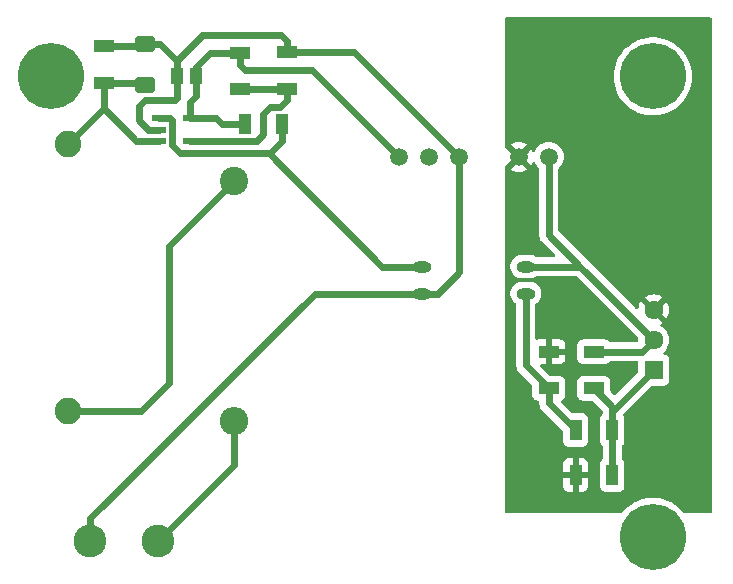
<source format=gbr>
%TF.GenerationSoftware,KiCad,Pcbnew,8.0.2*%
%TF.CreationDate,2024-09-03T17:11:23+02:00*%
%TF.ProjectId,TSAC_Voltage_Sensor,54534143-5f56-46f6-9c74-6167655f5365,rev?*%
%TF.SameCoordinates,Original*%
%TF.FileFunction,Copper,L1,Top*%
%TF.FilePolarity,Positive*%
%FSLAX46Y46*%
G04 Gerber Fmt 4.6, Leading zero omitted, Abs format (unit mm)*
G04 Created by KiCad (PCBNEW 8.0.2) date 2024-09-03 17:11:23*
%MOMM*%
%LPD*%
G01*
G04 APERTURE LIST*
G04 Aperture macros list*
%AMRoundRect*
0 Rectangle with rounded corners*
0 $1 Rounding radius*
0 $2 $3 $4 $5 $6 $7 $8 $9 X,Y pos of 4 corners*
0 Add a 4 corners polygon primitive as box body*
4,1,4,$2,$3,$4,$5,$6,$7,$8,$9,$2,$3,0*
0 Add four circle primitives for the rounded corners*
1,1,$1+$1,$2,$3*
1,1,$1+$1,$4,$5*
1,1,$1+$1,$6,$7*
1,1,$1+$1,$8,$9*
0 Add four rect primitives between the rounded corners*
20,1,$1+$1,$2,$3,$4,$5,0*
20,1,$1+$1,$4,$5,$6,$7,0*
20,1,$1+$1,$6,$7,$8,$9,0*
20,1,$1+$1,$8,$9,$2,$3,0*%
G04 Aperture macros list end*
%TA.AperFunction,SMDPad,CuDef*%
%ADD10RoundRect,0.250000X0.600000X-0.400000X0.600000X0.400000X-0.600000X0.400000X-0.600000X-0.400000X0*%
%TD*%
%TA.AperFunction,SMDPad,CuDef*%
%ADD11R,1.800000X1.050000*%
%TD*%
%TA.AperFunction,SMDPad,CuDef*%
%ADD12O,1.600000X0.950000*%
%TD*%
%TA.AperFunction,ComponentPad*%
%ADD13C,5.600000*%
%TD*%
%TA.AperFunction,SMDPad,CuDef*%
%ADD14R,1.150000X0.600000*%
%TD*%
%TA.AperFunction,ComponentPad*%
%ADD15C,2.775000*%
%TD*%
%TA.AperFunction,ComponentPad*%
%ADD16R,1.610000X1.610000*%
%TD*%
%TA.AperFunction,ComponentPad*%
%ADD17C,1.610000*%
%TD*%
%TA.AperFunction,SMDPad,CuDef*%
%ADD18R,1.050000X1.800000*%
%TD*%
%TA.AperFunction,ComponentPad*%
%ADD19C,2.250000*%
%TD*%
%TA.AperFunction,SMDPad,CuDef*%
%ADD20R,1.070000X1.470000*%
%TD*%
%TA.AperFunction,ComponentPad*%
%ADD21C,2.400000*%
%TD*%
%TA.AperFunction,ComponentPad*%
%ADD22O,2.400000X2.400000*%
%TD*%
%TA.AperFunction,ComponentPad*%
%ADD23C,1.500000*%
%TD*%
%TA.AperFunction,Conductor*%
%ADD24C,0.600000*%
%TD*%
G04 APERTURE END LIST*
D10*
%TO.P,Z1,1*%
%TO.N,Net-(CP1-IN-)*%
X89000000Y-62250000D03*
%TO.P,Z1,2*%
%TO.N,0*%
X89000000Y-58750000D03*
%TD*%
D11*
%TO.P,R8,1*%
%TO.N,Exit*%
X127000000Y-87910000D03*
%TO.P,R8,2*%
%TO.N,+5VA*%
X127000000Y-84810000D03*
%TD*%
D12*
%TO.P,K1,1,+_CONTROL*%
%TO.N,Comp*%
X112440000Y-77597000D03*
%TO.P,K1,2,-_CONTROL*%
%TO.N,0*%
X112440000Y-79883000D03*
%TO.P,K1,3,LOAD_1*%
%TO.N,Raw_Exit*%
X121240000Y-79883000D03*
%TO.P,K1,4,LOAD_2*%
%TO.N,+5VA*%
X121240000Y-77597000D03*
%TD*%
D13*
%TO.P,,1*%
%TO.N,N/C*%
X132000000Y-61500000D03*
%TD*%
D14*
%TO.P,CP1,1,OUT*%
%TO.N,Comp*%
X90200000Y-65050000D03*
%TO.P,CP1,2,VCC-*%
%TO.N,0*%
X90200000Y-66000000D03*
%TO.P,CP1,3,IN-*%
%TO.N,Net-(CP1-IN-)*%
X90200000Y-66950000D03*
%TO.P,CP1,4,IN+*%
%TO.N,Net-(CP1-IN+)*%
X92800000Y-66950000D03*
%TO.P,CP1,5,VCC+*%
%TO.N,+5V*%
X92800000Y-65050000D03*
%TD*%
D11*
%TO.P,R7,1*%
%TO.N,GND*%
X123190000Y-84810000D03*
%TO.P,R7,2*%
%TO.N,Raw_Exit*%
X123190000Y-87910000D03*
%TD*%
D13*
%TO.P,,1*%
%TO.N,N/C*%
X132000000Y-100500000D03*
%TD*%
D15*
%TO.P,J2,1,1*%
%TO.N,+BATT*%
X90062500Y-100860000D03*
%TO.P,J2,2,2*%
%TO.N,0*%
X84362500Y-100860000D03*
%TD*%
D13*
%TO.P,,1*%
%TO.N,N/C*%
X81000000Y-61500000D03*
%TD*%
D16*
%TO.P,J1,1,1*%
%TO.N,Exit*%
X132080000Y-86360000D03*
D17*
%TO.P,J1,2,2*%
%TO.N,+5VA*%
X132080000Y-83820000D03*
%TO.P,J1,3,3*%
%TO.N,GND*%
X132080000Y-81280000D03*
%TD*%
D18*
%TO.P,R4,1*%
%TO.N,Raw_Exit*%
X125450000Y-91440000D03*
%TO.P,R4,2*%
%TO.N,Exit*%
X128550000Y-91440000D03*
%TD*%
D11*
%TO.P,R5,1*%
%TO.N,0*%
X85500000Y-58950000D03*
%TO.P,R5,2*%
%TO.N,Net-(CP1-IN-)*%
X85500000Y-62050000D03*
%TD*%
D19*
%TO.P,F1,1*%
%TO.N,Net-(F1-Pad1)*%
X82500000Y-89800000D03*
%TO.P,F1,2*%
%TO.N,Net-(CP1-IN-)*%
X82500000Y-67200000D03*
%TD*%
D11*
%TO.P,R3,1*%
%TO.N,Net-(CP1-IN+)*%
X101000000Y-62550000D03*
%TO.P,R3,2*%
%TO.N,0*%
X101000000Y-59450000D03*
%TD*%
D18*
%TO.P,R6,1*%
%TO.N,Comp*%
X100585212Y-65500000D03*
%TO.P,R6,2*%
%TO.N,+5V*%
X97485212Y-65500000D03*
%TD*%
D20*
%TO.P,C1,1*%
%TO.N,0*%
X91680000Y-61500000D03*
%TO.P,C1,2*%
%TO.N,+5V*%
X93320000Y-61500000D03*
%TD*%
D11*
%TO.P,R2,1*%
%TO.N,Net-(CP1-IN+)*%
X97000000Y-62600000D03*
%TO.P,R2,2*%
%TO.N,+5V*%
X97000000Y-59500000D03*
%TD*%
D18*
%TO.P,R9,1*%
%TO.N,GND*%
X125450000Y-95250000D03*
%TO.P,R9,2*%
%TO.N,Exit*%
X128550000Y-95250000D03*
%TD*%
D21*
%TO.P,R1,1*%
%TO.N,Net-(F1-Pad1)*%
X96500000Y-70340000D03*
D22*
%TO.P,R1,2*%
%TO.N,+BATT*%
X96500000Y-90660000D03*
%TD*%
D23*
%TO.P,PS1,1,VIN*%
%TO.N,+5VA*%
X123190000Y-68315000D03*
%TO.P,PS1,2,GND*%
%TO.N,GND*%
X120650000Y-68315000D03*
%TO.P,PS1,4,0V*%
%TO.N,0*%
X115570000Y-68315000D03*
%TO.P,PS1,5,NO_PIN*%
%TO.N,unconnected-(PS1-NO_PIN-Pad5)*%
X113030000Y-68315000D03*
%TO.P,PS1,6,+VO*%
%TO.N,+5V*%
X110490000Y-68315000D03*
%TD*%
D24*
%TO.N,Comp*%
X91275000Y-65200000D02*
X91275000Y-67275000D01*
X99585212Y-68085212D02*
X99585212Y-68000000D01*
X109097000Y-77597000D02*
X99585212Y-68085212D01*
X91275000Y-67275000D02*
X92000000Y-68000000D01*
X112440000Y-77597000D02*
X109097000Y-77597000D01*
X91125000Y-65050000D02*
X91275000Y-65200000D01*
X90200000Y-65050000D02*
X91125000Y-65050000D01*
X100585212Y-67000000D02*
X100585212Y-65500000D01*
X92000000Y-68000000D02*
X99585212Y-68000000D01*
X99585212Y-68000000D02*
X100585212Y-67000000D01*
%TO.N,0*%
X101000000Y-59450000D02*
X106705000Y-59450000D01*
X91680000Y-60180000D02*
X93860000Y-58000000D01*
X88500000Y-64000000D02*
X89000000Y-63500000D01*
X88500000Y-65225000D02*
X88500000Y-64000000D01*
X91500000Y-63500000D02*
X91680000Y-63320000D01*
X100525000Y-58000000D02*
X101000000Y-58475000D01*
X112440000Y-79883000D02*
X113778500Y-79883000D01*
X90250000Y-58750000D02*
X91680000Y-60180000D01*
X93860000Y-58000000D02*
X100525000Y-58000000D01*
X84362500Y-98897779D02*
X103377279Y-79883000D01*
X91680000Y-63320000D02*
X91680000Y-61500000D01*
X91680000Y-60180000D02*
X91680000Y-61500000D01*
X103377279Y-79883000D02*
X112440000Y-79883000D01*
X113778500Y-79883000D02*
X115570000Y-78091500D01*
X115570000Y-78091500D02*
X115570000Y-68315000D01*
X89000000Y-58750000D02*
X90250000Y-58750000D01*
X85500000Y-58950000D02*
X88800000Y-58950000D01*
X89275000Y-66000000D02*
X88500000Y-65225000D01*
X106705000Y-59450000D02*
X115570000Y-68315000D01*
X89000000Y-63500000D02*
X91500000Y-63500000D01*
X101000000Y-58475000D02*
X101000000Y-59450000D01*
X88800000Y-58950000D02*
X89000000Y-58750000D01*
X90200000Y-66000000D02*
X89275000Y-66000000D01*
X84362500Y-100860000D02*
X84362500Y-98897779D01*
%TO.N,+5V*%
X93320000Y-61500000D02*
X93320000Y-60680000D01*
X92800000Y-65050000D02*
X92800000Y-63700000D01*
X97500000Y-61000000D02*
X103175000Y-61000000D01*
X93320000Y-63180000D02*
X93320000Y-61500000D01*
X92800000Y-63700000D02*
X93320000Y-63180000D01*
X95500000Y-65500000D02*
X97485212Y-65500000D01*
X92800000Y-65050000D02*
X95050000Y-65050000D01*
X93320000Y-60680000D02*
X94500000Y-59500000D01*
X95050000Y-65050000D02*
X95500000Y-65500000D01*
X97000000Y-60500000D02*
X97500000Y-61000000D01*
X97000000Y-59500000D02*
X97000000Y-60500000D01*
X103175000Y-61000000D02*
X110490000Y-68315000D01*
X94500000Y-59500000D02*
X97000000Y-59500000D01*
%TO.N,Exit*%
X128550000Y-91440000D02*
X128550000Y-89460000D01*
X128550000Y-91440000D02*
X128550000Y-89890000D01*
X128550000Y-89890000D02*
X132080000Y-86360000D01*
X128550000Y-89460000D02*
X127000000Y-87910000D01*
X128550000Y-95250000D02*
X128550000Y-91440000D01*
%TO.N,+5VA*%
X121240000Y-77597000D02*
X125857000Y-77597000D01*
X127000000Y-84810000D02*
X131090000Y-84810000D01*
X131090000Y-84810000D02*
X132080000Y-83820000D01*
X125857000Y-77597000D02*
X132080000Y-83820000D01*
X123190000Y-74930000D02*
X125857000Y-77597000D01*
X123190000Y-68315000D02*
X123190000Y-74930000D01*
%TO.N,GND*%
X120650000Y-68315000D02*
X121152500Y-67812500D01*
%TO.N,+BATT*%
X96500000Y-94422500D02*
X90062500Y-100860000D01*
X96500000Y-90660000D02*
X96500000Y-94422500D01*
%TO.N,Net-(F1-Pad1)*%
X96500000Y-70340000D02*
X91000000Y-75840000D01*
X88700000Y-89800000D02*
X82500000Y-89800000D01*
X91000000Y-87500000D02*
X88700000Y-89800000D01*
X91000000Y-75840000D02*
X91000000Y-87500000D01*
%TO.N,Net-(CP1-IN-)*%
X88250000Y-66950000D02*
X85500000Y-64200000D01*
X90200000Y-66950000D02*
X88250000Y-66950000D01*
X85500000Y-62050000D02*
X88800000Y-62050000D01*
X82500000Y-67200000D02*
X85500000Y-64200000D01*
X85500000Y-64200000D02*
X85500000Y-62050000D01*
X88800000Y-62050000D02*
X89000000Y-62250000D01*
%TO.N,Net-(CP1-IN+)*%
X97050000Y-62550000D02*
X97000000Y-62600000D01*
X98460212Y-66950000D02*
X99000000Y-66410212D01*
X101000000Y-63500000D02*
X101000000Y-62550000D01*
X99000000Y-64660212D02*
X99560212Y-64100000D01*
X92800000Y-66950000D02*
X98460212Y-66950000D01*
X100400000Y-64100000D02*
X101000000Y-63500000D01*
X101000000Y-62550000D02*
X97050000Y-62550000D01*
X99560212Y-64100000D02*
X100400000Y-64100000D01*
X99000000Y-66410212D02*
X99000000Y-64660212D01*
%TO.N,Raw_Exit*%
X123190000Y-87910000D02*
X123190000Y-89180000D01*
X121240000Y-79883000D02*
X121240000Y-85960000D01*
X123190000Y-89180000D02*
X125450000Y-91440000D01*
X121240000Y-85960000D02*
X123190000Y-87910000D01*
%TD*%
%TA.AperFunction,Conductor*%
%TO.N,GND*%
G36*
X136942121Y-56520002D02*
G01*
X136988614Y-56573658D01*
X137000000Y-56626000D01*
X137000000Y-98374000D01*
X136979998Y-98442121D01*
X136926342Y-98488614D01*
X136874000Y-98500000D01*
X134700418Y-98500000D01*
X134632297Y-98479998D01*
X134604388Y-98455573D01*
X134405484Y-98221405D01*
X134405479Y-98221400D01*
X134145037Y-97974695D01*
X134145022Y-97974682D01*
X133859418Y-97757572D01*
X133859412Y-97757568D01*
X133552010Y-97572610D01*
X133552009Y-97572609D01*
X133552005Y-97572607D01*
X133226401Y-97421967D01*
X132886417Y-97307413D01*
X132838915Y-97296956D01*
X132536054Y-97230291D01*
X132536030Y-97230287D01*
X132179389Y-97191500D01*
X132179382Y-97191500D01*
X131820618Y-97191500D01*
X131820610Y-97191500D01*
X131463969Y-97230287D01*
X131463945Y-97230291D01*
X131113587Y-97307412D01*
X131113573Y-97307416D01*
X130773601Y-97421966D01*
X130447989Y-97572610D01*
X130140587Y-97757568D01*
X130140581Y-97757572D01*
X129854977Y-97974682D01*
X129854962Y-97974695D01*
X129594520Y-98221400D01*
X129594516Y-98221405D01*
X129395613Y-98455572D01*
X129336269Y-98494541D01*
X129299582Y-98500000D01*
X119626000Y-98500000D01*
X119557879Y-98479998D01*
X119511386Y-98426342D01*
X119500000Y-98374000D01*
X119500000Y-96198597D01*
X124417000Y-96198597D01*
X124423505Y-96259093D01*
X124474555Y-96395964D01*
X124474555Y-96395965D01*
X124562095Y-96512904D01*
X124679034Y-96600444D01*
X124815906Y-96651494D01*
X124876402Y-96657999D01*
X124876415Y-96658000D01*
X125196000Y-96658000D01*
X125704000Y-96658000D01*
X126023585Y-96658000D01*
X126023597Y-96657999D01*
X126084093Y-96651494D01*
X126220964Y-96600444D01*
X126220965Y-96600444D01*
X126337904Y-96512904D01*
X126425444Y-96395965D01*
X126425444Y-96395964D01*
X126476494Y-96259093D01*
X126482999Y-96198597D01*
X126483000Y-96198585D01*
X126483000Y-95504000D01*
X125704000Y-95504000D01*
X125704000Y-96658000D01*
X125196000Y-96658000D01*
X125196000Y-95504000D01*
X124417000Y-95504000D01*
X124417000Y-96198597D01*
X119500000Y-96198597D01*
X119500000Y-94301402D01*
X124417000Y-94301402D01*
X124417000Y-94996000D01*
X125196000Y-94996000D01*
X125704000Y-94996000D01*
X126483000Y-94996000D01*
X126483000Y-94301414D01*
X126482999Y-94301402D01*
X126476494Y-94240906D01*
X126425444Y-94104035D01*
X126425444Y-94104034D01*
X126337904Y-93987095D01*
X126220965Y-93899555D01*
X126084093Y-93848505D01*
X126023597Y-93842000D01*
X125704000Y-93842000D01*
X125704000Y-94996000D01*
X125196000Y-94996000D01*
X125196000Y-93842000D01*
X124876402Y-93842000D01*
X124815906Y-93848505D01*
X124679035Y-93899555D01*
X124679034Y-93899555D01*
X124562095Y-93987095D01*
X124474555Y-94104034D01*
X124474555Y-94104035D01*
X124423505Y-94240906D01*
X124417000Y-94301402D01*
X119500000Y-94301402D01*
X119500000Y-79786131D01*
X119931500Y-79786131D01*
X119931500Y-79979868D01*
X119943754Y-80041472D01*
X119969295Y-80169876D01*
X120043433Y-80348862D01*
X120151065Y-80509945D01*
X120288055Y-80646935D01*
X120375502Y-80705365D01*
X120421029Y-80759840D01*
X120431500Y-80810129D01*
X120431500Y-86039630D01*
X120462570Y-86195831D01*
X120488000Y-86257224D01*
X120523516Y-86342968D01*
X120611997Y-86475389D01*
X121744596Y-87607987D01*
X121778620Y-87670298D01*
X121781500Y-87697081D01*
X121781500Y-88483649D01*
X121788009Y-88544196D01*
X121788011Y-88544204D01*
X121839110Y-88681202D01*
X121839112Y-88681207D01*
X121926738Y-88798261D01*
X122043792Y-88885887D01*
X122043794Y-88885888D01*
X122043796Y-88885889D01*
X122076358Y-88898034D01*
X122180795Y-88936988D01*
X122180803Y-88936990D01*
X122241350Y-88943499D01*
X122241355Y-88943499D01*
X122241362Y-88943500D01*
X122255500Y-88943500D01*
X122323621Y-88963502D01*
X122370114Y-89017158D01*
X122381500Y-89069500D01*
X122381500Y-89259630D01*
X122412570Y-89415831D01*
X122443043Y-89489399D01*
X122473516Y-89562968D01*
X122561997Y-89695389D01*
X122561999Y-89695391D01*
X124379595Y-91512987D01*
X124413621Y-91575299D01*
X124416500Y-91602082D01*
X124416500Y-92388649D01*
X124423009Y-92449196D01*
X124423011Y-92449204D01*
X124474110Y-92586202D01*
X124474112Y-92586207D01*
X124561738Y-92703261D01*
X124678792Y-92790887D01*
X124678794Y-92790888D01*
X124678796Y-92790889D01*
X124737875Y-92812924D01*
X124815795Y-92841988D01*
X124815803Y-92841990D01*
X124876350Y-92848499D01*
X124876355Y-92848499D01*
X124876362Y-92848500D01*
X124876368Y-92848500D01*
X126023632Y-92848500D01*
X126023638Y-92848500D01*
X126023645Y-92848499D01*
X126023649Y-92848499D01*
X126084196Y-92841990D01*
X126084199Y-92841989D01*
X126084201Y-92841989D01*
X126221204Y-92790889D01*
X126233071Y-92782006D01*
X126338261Y-92703261D01*
X126425887Y-92586207D01*
X126425887Y-92586206D01*
X126425889Y-92586204D01*
X126476989Y-92449201D01*
X126483500Y-92388638D01*
X126483500Y-90491362D01*
X126483499Y-90491350D01*
X126476990Y-90430803D01*
X126476988Y-90430795D01*
X126425889Y-90293797D01*
X126425887Y-90293792D01*
X126338261Y-90176738D01*
X126221207Y-90089112D01*
X126221202Y-90089110D01*
X126084204Y-90038011D01*
X126084196Y-90038009D01*
X126023649Y-90031500D01*
X126023638Y-90031500D01*
X125237082Y-90031500D01*
X125168961Y-90011498D01*
X125147987Y-89994595D01*
X124258577Y-89105185D01*
X124224551Y-89042873D01*
X124229616Y-88972058D01*
X124272163Y-88915222D01*
X124303634Y-88898036D01*
X124336204Y-88885889D01*
X124453261Y-88798261D01*
X124540889Y-88681204D01*
X124591989Y-88544201D01*
X124598500Y-88483638D01*
X124598500Y-87336362D01*
X124598499Y-87336350D01*
X124591990Y-87275803D01*
X124591988Y-87275795D01*
X124540889Y-87138797D01*
X124540887Y-87138792D01*
X124453261Y-87021738D01*
X124336207Y-86934112D01*
X124336202Y-86934110D01*
X124199204Y-86883011D01*
X124199196Y-86883009D01*
X124138649Y-86876500D01*
X124138638Y-86876500D01*
X123352081Y-86876500D01*
X123283960Y-86856498D01*
X123262990Y-86839599D01*
X122481485Y-86058093D01*
X122447461Y-85995783D01*
X122452526Y-85924967D01*
X122495073Y-85868132D01*
X122561593Y-85843321D01*
X122570582Y-85843000D01*
X122936000Y-85843000D01*
X123444000Y-85843000D01*
X124138585Y-85843000D01*
X124138597Y-85842999D01*
X124199093Y-85836494D01*
X124335964Y-85785444D01*
X124335965Y-85785444D01*
X124452904Y-85697904D01*
X124540444Y-85580965D01*
X124540444Y-85580964D01*
X124591494Y-85444093D01*
X124597999Y-85383597D01*
X124598000Y-85383585D01*
X124598000Y-85064000D01*
X123444000Y-85064000D01*
X123444000Y-85843000D01*
X122936000Y-85843000D01*
X122936000Y-84556000D01*
X123444000Y-84556000D01*
X124598000Y-84556000D01*
X124598000Y-84236414D01*
X124597999Y-84236402D01*
X124591494Y-84175906D01*
X124540444Y-84039035D01*
X124540444Y-84039034D01*
X124452904Y-83922095D01*
X124335965Y-83834555D01*
X124199093Y-83783505D01*
X124138597Y-83777000D01*
X123444000Y-83777000D01*
X123444000Y-84556000D01*
X122936000Y-84556000D01*
X122936000Y-83777000D01*
X122241397Y-83777000D01*
X122187968Y-83782745D01*
X122118100Y-83770139D01*
X122066138Y-83721761D01*
X122048500Y-83657467D01*
X122048500Y-80810129D01*
X122068502Y-80742008D01*
X122104496Y-80705365D01*
X122191945Y-80646935D01*
X122328935Y-80509945D01*
X122436567Y-80348862D01*
X122510705Y-80169876D01*
X122548500Y-79979866D01*
X122548500Y-79786134D01*
X122510705Y-79596124D01*
X122436567Y-79417138D01*
X122328935Y-79256055D01*
X122191945Y-79119065D01*
X122030862Y-79011433D01*
X121851876Y-78937295D01*
X121661868Y-78899500D01*
X121661866Y-78899500D01*
X120818134Y-78899500D01*
X120818131Y-78899500D01*
X120628123Y-78937295D01*
X120628118Y-78937297D01*
X120449137Y-79011433D01*
X120288059Y-79119062D01*
X120288052Y-79119067D01*
X120151067Y-79256052D01*
X120151062Y-79256059D01*
X120043433Y-79417137D01*
X119969297Y-79596118D01*
X119969295Y-79596123D01*
X119931500Y-79786131D01*
X119500000Y-79786131D01*
X119500000Y-69135848D01*
X119520002Y-69067727D01*
X119573658Y-69021234D01*
X119586820Y-69018967D01*
X120125016Y-68480771D01*
X120137482Y-68527292D01*
X120209890Y-68652708D01*
X120312292Y-68755110D01*
X120437708Y-68827518D01*
X120484226Y-68839982D01*
X119958011Y-69366197D01*
X119958011Y-69366198D01*
X120018597Y-69408621D01*
X120218092Y-69501647D01*
X120218096Y-69501649D01*
X120430712Y-69558619D01*
X120650000Y-69577804D01*
X120869287Y-69558619D01*
X121081903Y-69501649D01*
X121081907Y-69501647D01*
X121281399Y-69408622D01*
X121341987Y-69366197D01*
X121341987Y-69366196D01*
X120815773Y-68839982D01*
X120862292Y-68827518D01*
X120987708Y-68755110D01*
X121090110Y-68652708D01*
X121162518Y-68527292D01*
X121174982Y-68480773D01*
X121701196Y-69006987D01*
X121701197Y-69006987D01*
X121743622Y-68946399D01*
X121805529Y-68813640D01*
X121852446Y-68760355D01*
X121920723Y-68740894D01*
X121988683Y-68761436D01*
X122033919Y-68813640D01*
X122095944Y-68946654D01*
X122148166Y-69021234D01*
X122222251Y-69127038D01*
X122222254Y-69127042D01*
X122344595Y-69249383D01*
X122378621Y-69311695D01*
X122381500Y-69338478D01*
X122381500Y-75009630D01*
X122412570Y-75165831D01*
X122443043Y-75239399D01*
X122473516Y-75312968D01*
X122561997Y-75445389D01*
X122561999Y-75445391D01*
X123690013Y-76573405D01*
X123724039Y-76635717D01*
X123718974Y-76706532D01*
X123676427Y-76763368D01*
X123609907Y-76788179D01*
X123600918Y-76788500D01*
X122163470Y-76788500D01*
X122095349Y-76768498D01*
X122093468Y-76767265D01*
X122030862Y-76725433D01*
X121851881Y-76651297D01*
X121851876Y-76651295D01*
X121661868Y-76613500D01*
X121661866Y-76613500D01*
X120818134Y-76613500D01*
X120818131Y-76613500D01*
X120628123Y-76651295D01*
X120628118Y-76651297D01*
X120449137Y-76725433D01*
X120288059Y-76833062D01*
X120288052Y-76833067D01*
X120151067Y-76970052D01*
X120151062Y-76970059D01*
X120043433Y-77131137D01*
X119969297Y-77310118D01*
X119969295Y-77310123D01*
X119931500Y-77500131D01*
X119931500Y-77500134D01*
X119931500Y-77693866D01*
X119969295Y-77883876D01*
X120043433Y-78062862D01*
X120151065Y-78223945D01*
X120288055Y-78360935D01*
X120449138Y-78468567D01*
X120628124Y-78542705D01*
X120818134Y-78580500D01*
X120818135Y-78580500D01*
X121661865Y-78580500D01*
X121661866Y-78580500D01*
X121851876Y-78542705D01*
X122030862Y-78468567D01*
X122093468Y-78426734D01*
X122161221Y-78405520D01*
X122163470Y-78405500D01*
X125469918Y-78405500D01*
X125538039Y-78425502D01*
X125559013Y-78442405D01*
X130734024Y-83617416D01*
X130768050Y-83679728D01*
X130770450Y-83717491D01*
X130761483Y-83819999D01*
X130761483Y-83820000D01*
X130762717Y-83834111D01*
X130765378Y-83864519D01*
X130751388Y-83934124D01*
X130701989Y-83985116D01*
X130639857Y-84001500D01*
X128386040Y-84001500D01*
X128317919Y-83981498D01*
X128285171Y-83951008D01*
X128263260Y-83921738D01*
X128146207Y-83834112D01*
X128146202Y-83834110D01*
X128009204Y-83783011D01*
X128009196Y-83783009D01*
X127948649Y-83776500D01*
X127948638Y-83776500D01*
X126051362Y-83776500D01*
X126051350Y-83776500D01*
X125990803Y-83783009D01*
X125990795Y-83783011D01*
X125853797Y-83834110D01*
X125853792Y-83834112D01*
X125736738Y-83921738D01*
X125649112Y-84038792D01*
X125649110Y-84038797D01*
X125598011Y-84175795D01*
X125598009Y-84175803D01*
X125591500Y-84236350D01*
X125591500Y-85383649D01*
X125598009Y-85444196D01*
X125598011Y-85444204D01*
X125649110Y-85581202D01*
X125649112Y-85581207D01*
X125736738Y-85698261D01*
X125853792Y-85785887D01*
X125853794Y-85785888D01*
X125853796Y-85785889D01*
X125912875Y-85807924D01*
X125990795Y-85836988D01*
X125990803Y-85836990D01*
X126051350Y-85843499D01*
X126051355Y-85843499D01*
X126051362Y-85843500D01*
X126051368Y-85843500D01*
X127948632Y-85843500D01*
X127948638Y-85843500D01*
X127948645Y-85843499D01*
X127948649Y-85843499D01*
X128009196Y-85836990D01*
X128009199Y-85836989D01*
X128009201Y-85836989D01*
X128146204Y-85785889D01*
X128146799Y-85785444D01*
X128201493Y-85744500D01*
X128263261Y-85698261D01*
X128285171Y-85668991D01*
X128342006Y-85626445D01*
X128386040Y-85618500D01*
X130640500Y-85618500D01*
X130708621Y-85638502D01*
X130755114Y-85692158D01*
X130766500Y-85744500D01*
X130766500Y-86477918D01*
X130746498Y-86546039D01*
X130729595Y-86567013D01*
X128854095Y-88442513D01*
X128791783Y-88476539D01*
X128720968Y-88471474D01*
X128675905Y-88442513D01*
X128445405Y-88212013D01*
X128411379Y-88149701D01*
X128408500Y-88122918D01*
X128408500Y-87336367D01*
X128408499Y-87336350D01*
X128401990Y-87275803D01*
X128401988Y-87275795D01*
X128350889Y-87138797D01*
X128350887Y-87138792D01*
X128263261Y-87021738D01*
X128146207Y-86934112D01*
X128146202Y-86934110D01*
X128009204Y-86883011D01*
X128009196Y-86883009D01*
X127948649Y-86876500D01*
X127948638Y-86876500D01*
X126051362Y-86876500D01*
X126051350Y-86876500D01*
X125990803Y-86883009D01*
X125990795Y-86883011D01*
X125853797Y-86934110D01*
X125853792Y-86934112D01*
X125736738Y-87021738D01*
X125649112Y-87138792D01*
X125649110Y-87138797D01*
X125598011Y-87275795D01*
X125598009Y-87275803D01*
X125591500Y-87336350D01*
X125591500Y-88483649D01*
X125598009Y-88544196D01*
X125598011Y-88544204D01*
X125649110Y-88681202D01*
X125649112Y-88681207D01*
X125736738Y-88798261D01*
X125853792Y-88885887D01*
X125853794Y-88885888D01*
X125853796Y-88885889D01*
X125886358Y-88898034D01*
X125990795Y-88936988D01*
X125990803Y-88936990D01*
X126051350Y-88943499D01*
X126051355Y-88943499D01*
X126051362Y-88943500D01*
X126837918Y-88943500D01*
X126906039Y-88963502D01*
X126927013Y-88980405D01*
X127704595Y-89757987D01*
X127738621Y-89820299D01*
X127741500Y-89847082D01*
X127741500Y-90053959D01*
X127721498Y-90122080D01*
X127691010Y-90154826D01*
X127661738Y-90176738D01*
X127574112Y-90293792D01*
X127574110Y-90293797D01*
X127523011Y-90430795D01*
X127523009Y-90430803D01*
X127516500Y-90491350D01*
X127516500Y-92388649D01*
X127523009Y-92449196D01*
X127523011Y-92449204D01*
X127574110Y-92586202D01*
X127574112Y-92586207D01*
X127661738Y-92703260D01*
X127661739Y-92703261D01*
X127691008Y-92725171D01*
X127733555Y-92782006D01*
X127741500Y-92826040D01*
X127741500Y-93863959D01*
X127721498Y-93932080D01*
X127691010Y-93964826D01*
X127661738Y-93986738D01*
X127574112Y-94103792D01*
X127574110Y-94103797D01*
X127523011Y-94240795D01*
X127523009Y-94240803D01*
X127516500Y-94301350D01*
X127516500Y-96198649D01*
X127523009Y-96259196D01*
X127523011Y-96259204D01*
X127574110Y-96396202D01*
X127574112Y-96396207D01*
X127661738Y-96513261D01*
X127778792Y-96600887D01*
X127778794Y-96600888D01*
X127778796Y-96600889D01*
X127837875Y-96622924D01*
X127915795Y-96651988D01*
X127915803Y-96651990D01*
X127976350Y-96658499D01*
X127976355Y-96658499D01*
X127976362Y-96658500D01*
X127976368Y-96658500D01*
X129123632Y-96658500D01*
X129123638Y-96658500D01*
X129123645Y-96658499D01*
X129123649Y-96658499D01*
X129184196Y-96651990D01*
X129184199Y-96651989D01*
X129184201Y-96651989D01*
X129321204Y-96600889D01*
X129321799Y-96600444D01*
X129438261Y-96513261D01*
X129525887Y-96396207D01*
X129525887Y-96396206D01*
X129525889Y-96396204D01*
X129576989Y-96259201D01*
X129583500Y-96198638D01*
X129583500Y-94301362D01*
X129577001Y-94240906D01*
X129576990Y-94240803D01*
X129576988Y-94240795D01*
X129525978Y-94104035D01*
X129525889Y-94103796D01*
X129525888Y-94103794D01*
X129525887Y-94103792D01*
X129438261Y-93986738D01*
X129408990Y-93964826D01*
X129366444Y-93907990D01*
X129358500Y-93863959D01*
X129358500Y-92826040D01*
X129378502Y-92757919D01*
X129408990Y-92725172D01*
X129438261Y-92703261D01*
X129525889Y-92586204D01*
X129576989Y-92449201D01*
X129583500Y-92388638D01*
X129583500Y-90491362D01*
X129583499Y-90491350D01*
X129576990Y-90430803D01*
X129576988Y-90430795D01*
X129525889Y-90293797D01*
X129525886Y-90293791D01*
X129490158Y-90246065D01*
X129465346Y-90179545D01*
X129480437Y-90110171D01*
X129501926Y-90081464D01*
X131872987Y-87710405D01*
X131935299Y-87676379D01*
X131962082Y-87673500D01*
X132933632Y-87673500D01*
X132933638Y-87673500D01*
X132933645Y-87673499D01*
X132933649Y-87673499D01*
X132994196Y-87666990D01*
X132994199Y-87666989D01*
X132994201Y-87666989D01*
X133131204Y-87615889D01*
X133141763Y-87607985D01*
X133248261Y-87528261D01*
X133335887Y-87411207D01*
X133335887Y-87411206D01*
X133335889Y-87411204D01*
X133379960Y-87293045D01*
X133386988Y-87274204D01*
X133386990Y-87274196D01*
X133393499Y-87213649D01*
X133393500Y-87213632D01*
X133393500Y-85506367D01*
X133393499Y-85506350D01*
X133386990Y-85445803D01*
X133386988Y-85445795D01*
X133335889Y-85308797D01*
X133335887Y-85308792D01*
X133248261Y-85191738D01*
X133131207Y-85104112D01*
X133131202Y-85104110D01*
X132994204Y-85053011D01*
X132994191Y-85053008D01*
X132993711Y-85052957D01*
X132993363Y-85052812D01*
X132986526Y-85051197D01*
X132986787Y-85050088D01*
X132928120Y-85025784D01*
X132887633Y-84967464D01*
X132885103Y-84896512D01*
X132921334Y-84835456D01*
X132926195Y-84831159D01*
X132927513Y-84830052D01*
X132927526Y-84830043D01*
X133090043Y-84667526D01*
X133221869Y-84479259D01*
X133319001Y-84270959D01*
X133378486Y-84048958D01*
X133398517Y-83820000D01*
X133378486Y-83591042D01*
X133319001Y-83369041D01*
X133221869Y-83160742D01*
X133221868Y-83160741D01*
X133221867Y-83160738D01*
X133090049Y-82972482D01*
X133090046Y-82972478D01*
X133090043Y-82972474D01*
X132927526Y-82809957D01*
X132739259Y-82678131D01*
X132708780Y-82663918D01*
X132655496Y-82617002D01*
X132636035Y-82548725D01*
X132656577Y-82480765D01*
X132708781Y-82435529D01*
X132739006Y-82421434D01*
X132739008Y-82421433D01*
X132811478Y-82370690D01*
X132811478Y-82370688D01*
X132233524Y-81792735D01*
X132286502Y-81778540D01*
X132408497Y-81708106D01*
X132508106Y-81608497D01*
X132578540Y-81486502D01*
X132592735Y-81433526D01*
X133170687Y-82011478D01*
X133170690Y-82011478D01*
X133221433Y-81939008D01*
X133221434Y-81939006D01*
X133318527Y-81730790D01*
X133318529Y-81730785D01*
X133377990Y-81508874D01*
X133398014Y-81280000D01*
X133377990Y-81051125D01*
X133318529Y-80829214D01*
X133318527Y-80829209D01*
X133221434Y-80620993D01*
X133170687Y-80548521D01*
X132592735Y-81126473D01*
X132578540Y-81073498D01*
X132508106Y-80951503D01*
X132408497Y-80851894D01*
X132286502Y-80781460D01*
X132233524Y-80767264D01*
X132811478Y-80189310D01*
X132739008Y-80138566D01*
X132530790Y-80041472D01*
X132530785Y-80041470D01*
X132308874Y-79982009D01*
X132080000Y-79961985D01*
X131851125Y-79982009D01*
X131629214Y-80041470D01*
X131629209Y-80041472D01*
X131420989Y-80138567D01*
X131348521Y-80189309D01*
X131348521Y-80189310D01*
X131926475Y-80767264D01*
X131873498Y-80781460D01*
X131751503Y-80851894D01*
X131651894Y-80951503D01*
X131581460Y-81073498D01*
X131567264Y-81126474D01*
X130989311Y-80548521D01*
X130989309Y-80548521D01*
X130938567Y-80620989D01*
X130841472Y-80829209D01*
X130841470Y-80829214D01*
X130782009Y-81051127D01*
X130782008Y-81051134D01*
X130779212Y-81083092D01*
X130753349Y-81149210D01*
X130695845Y-81190850D01*
X130624958Y-81194790D01*
X130564597Y-81161205D01*
X124035405Y-74632013D01*
X124001379Y-74569701D01*
X123998500Y-74542918D01*
X123998500Y-69338478D01*
X124018502Y-69270357D01*
X124035405Y-69249383D01*
X124157745Y-69127042D01*
X124157749Y-69127038D01*
X124284056Y-68946654D01*
X124377120Y-68747076D01*
X124434115Y-68534371D01*
X124453307Y-68315000D01*
X124434115Y-68095629D01*
X124377120Y-67882924D01*
X124284056Y-67683347D01*
X124157749Y-67502962D01*
X124002038Y-67347251D01*
X123821654Y-67220944D01*
X123821650Y-67220942D01*
X123622079Y-67127881D01*
X123622073Y-67127879D01*
X123532178Y-67103791D01*
X123409371Y-67070885D01*
X123190000Y-67051693D01*
X122970629Y-67070885D01*
X122757926Y-67127879D01*
X122757920Y-67127881D01*
X122558346Y-67220944D01*
X122377965Y-67347248D01*
X122377959Y-67347253D01*
X122222253Y-67502959D01*
X122222248Y-67502965D01*
X122095944Y-67683346D01*
X122033919Y-67816359D01*
X121987001Y-67869644D01*
X121918724Y-67889105D01*
X121850764Y-67868563D01*
X121805529Y-67816359D01*
X121743619Y-67683594D01*
X121701199Y-67623011D01*
X121701197Y-67623011D01*
X121174982Y-68149226D01*
X121162518Y-68102708D01*
X121090110Y-67977292D01*
X120987708Y-67874890D01*
X120862292Y-67802482D01*
X120815772Y-67790016D01*
X121341987Y-67263800D01*
X121281403Y-67221379D01*
X121081907Y-67128352D01*
X121081903Y-67128350D01*
X120869287Y-67071380D01*
X120650000Y-67052195D01*
X120430712Y-67071380D01*
X120218096Y-67128350D01*
X120218092Y-67128352D01*
X120018598Y-67221378D01*
X119958010Y-67263801D01*
X120484226Y-67790017D01*
X120437708Y-67802482D01*
X120312292Y-67874890D01*
X120209890Y-67977292D01*
X120137482Y-68102708D01*
X120125017Y-68149226D01*
X119585016Y-67609225D01*
X119567375Y-67605680D01*
X119516383Y-67556279D01*
X119500000Y-67494149D01*
X119500000Y-61499996D01*
X128686641Y-61499996D01*
X128686641Y-61500003D01*
X128706064Y-61858237D01*
X128764103Y-62212269D01*
X128860084Y-62557959D01*
X128860085Y-62557961D01*
X128992877Y-62891243D01*
X129160925Y-63208215D01*
X129362258Y-63505159D01*
X129594516Y-63778595D01*
X129854962Y-64025304D01*
X129854977Y-64025317D01*
X130140586Y-64242431D01*
X130447995Y-64427393D01*
X130773599Y-64578033D01*
X131113583Y-64692587D01*
X131463958Y-64769711D01*
X131820618Y-64808500D01*
X131820626Y-64808500D01*
X132179374Y-64808500D01*
X132179382Y-64808500D01*
X132536042Y-64769711D01*
X132886417Y-64692587D01*
X133226401Y-64578033D01*
X133552005Y-64427393D01*
X133859414Y-64242431D01*
X134145023Y-64025317D01*
X134405484Y-63778595D01*
X134637742Y-63505159D01*
X134839075Y-63208215D01*
X135007123Y-62891243D01*
X135139915Y-62557961D01*
X135235895Y-62212274D01*
X135293936Y-61858237D01*
X135313359Y-61500000D01*
X135293936Y-61141763D01*
X135235895Y-60787726D01*
X135139915Y-60442039D01*
X135007123Y-60108757D01*
X134839075Y-59791785D01*
X134637742Y-59494841D01*
X134405484Y-59221405D01*
X134405483Y-59221404D01*
X134145037Y-58974695D01*
X134145022Y-58974682D01*
X133859418Y-58757572D01*
X133859412Y-58757568D01*
X133552010Y-58572610D01*
X133552009Y-58572609D01*
X133552005Y-58572607D01*
X133226401Y-58421967D01*
X132886417Y-58307413D01*
X132838915Y-58296956D01*
X132536054Y-58230291D01*
X132536030Y-58230287D01*
X132179389Y-58191500D01*
X132179382Y-58191500D01*
X131820618Y-58191500D01*
X131820610Y-58191500D01*
X131463969Y-58230287D01*
X131463945Y-58230291D01*
X131113587Y-58307412D01*
X131113573Y-58307416D01*
X130773601Y-58421966D01*
X130447989Y-58572610D01*
X130140587Y-58757568D01*
X130140581Y-58757572D01*
X129854977Y-58974682D01*
X129854962Y-58974695D01*
X129594516Y-59221404D01*
X129362256Y-59494843D01*
X129160924Y-59791785D01*
X129160922Y-59791789D01*
X128992876Y-60108759D01*
X128992872Y-60108768D01*
X128860084Y-60442040D01*
X128764103Y-60787730D01*
X128706064Y-61141762D01*
X128686641Y-61499996D01*
X119500000Y-61499996D01*
X119500000Y-56626000D01*
X119520002Y-56557879D01*
X119573658Y-56511386D01*
X119626000Y-56500000D01*
X136874000Y-56500000D01*
X136942121Y-56520002D01*
G37*
%TD.AperFunction*%
%TD*%
M02*

</source>
